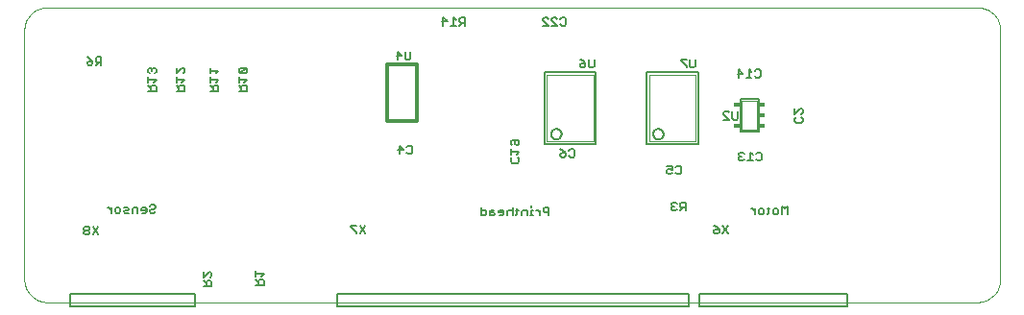
<source format=gbo>
G75*
%MOIN*%
%OFA0B0*%
%FSLAX24Y24*%
%IPPOS*%
%LPD*%
%AMOC8*
5,1,8,0,0,1.08239X$1,22.5*
%
%ADD10C,0.0000*%
%ADD11C,0.0050*%
%ADD12C,0.0118*%
%ADD13C,0.0060*%
%ADD14C,0.0020*%
%ADD15C,0.0004*%
%ADD16C,0.0030*%
%ADD17R,0.0295X0.0130*%
D10*
X000887Y001238D02*
X033171Y001238D01*
X033171Y001239D02*
X033225Y001241D01*
X033278Y001246D01*
X033331Y001255D01*
X033383Y001268D01*
X033435Y001284D01*
X033485Y001304D01*
X033533Y001327D01*
X033580Y001354D01*
X033625Y001383D01*
X033668Y001416D01*
X033708Y001451D01*
X033746Y001489D01*
X033781Y001529D01*
X033814Y001572D01*
X033843Y001617D01*
X033870Y001664D01*
X033893Y001712D01*
X033913Y001762D01*
X033929Y001814D01*
X033942Y001866D01*
X033951Y001919D01*
X033956Y001972D01*
X033958Y002026D01*
X033958Y010687D01*
X033956Y010741D01*
X033951Y010794D01*
X033942Y010847D01*
X033929Y010899D01*
X033913Y010951D01*
X033893Y011001D01*
X033870Y011049D01*
X033843Y011096D01*
X033814Y011141D01*
X033781Y011184D01*
X033746Y011224D01*
X033708Y011262D01*
X033668Y011297D01*
X033625Y011330D01*
X033580Y011359D01*
X033533Y011386D01*
X033485Y011409D01*
X033435Y011429D01*
X033383Y011445D01*
X033331Y011458D01*
X033278Y011467D01*
X033225Y011472D01*
X033171Y011474D01*
X033171Y011475D02*
X000887Y011475D01*
X000887Y011474D02*
X000833Y011472D01*
X000780Y011467D01*
X000727Y011458D01*
X000675Y011445D01*
X000623Y011429D01*
X000573Y011409D01*
X000525Y011386D01*
X000478Y011359D01*
X000433Y011330D01*
X000390Y011297D01*
X000350Y011262D01*
X000312Y011224D01*
X000277Y011184D01*
X000244Y011141D01*
X000215Y011096D01*
X000188Y011049D01*
X000165Y011001D01*
X000145Y010951D01*
X000129Y010899D01*
X000116Y010847D01*
X000107Y010794D01*
X000102Y010741D01*
X000100Y010687D01*
X000100Y002026D01*
X000102Y001972D01*
X000107Y001919D01*
X000116Y001866D01*
X000129Y001814D01*
X000145Y001762D01*
X000165Y001712D01*
X000188Y001664D01*
X000215Y001617D01*
X000244Y001572D01*
X000277Y001529D01*
X000312Y001489D01*
X000350Y001451D01*
X000390Y001416D01*
X000433Y001383D01*
X000478Y001354D01*
X000525Y001327D01*
X000573Y001304D01*
X000623Y001284D01*
X000675Y001268D01*
X000727Y001255D01*
X000780Y001246D01*
X000833Y001241D01*
X000887Y001239D01*
D11*
X001675Y001081D02*
X006006Y001081D01*
X006006Y001514D01*
X001675Y001514D01*
X001675Y001081D01*
X006320Y001801D02*
X006600Y001801D01*
X006600Y001941D01*
X006553Y001988D01*
X006460Y001988D01*
X006413Y001941D01*
X006413Y001801D01*
X006413Y001894D02*
X006320Y001988D01*
X006320Y002105D02*
X006507Y002291D01*
X006553Y002291D01*
X006600Y002245D01*
X006600Y002151D01*
X006553Y002105D01*
X006320Y002105D02*
X006320Y002291D01*
X008131Y002331D02*
X008131Y002144D01*
X008131Y002237D02*
X008411Y002237D01*
X008318Y002144D01*
X008364Y002027D02*
X008271Y002027D01*
X008224Y001980D01*
X008224Y001840D01*
X008131Y001840D02*
X008411Y001840D01*
X008411Y001980D01*
X008364Y002027D01*
X008224Y001934D02*
X008131Y002027D01*
X010943Y001514D02*
X010943Y001081D01*
X023147Y001081D01*
X023147Y001514D01*
X010943Y001514D01*
X011622Y003621D02*
X011622Y003668D01*
X011435Y003855D01*
X011435Y003901D01*
X011622Y003901D01*
X011739Y003901D02*
X011926Y003621D01*
X011739Y003621D02*
X011926Y003901D01*
X015939Y004255D02*
X016079Y004255D01*
X016126Y004302D01*
X016126Y004396D01*
X016079Y004442D01*
X015939Y004442D01*
X015939Y004536D02*
X015939Y004255D01*
X016243Y004255D02*
X016243Y004396D01*
X016289Y004442D01*
X016383Y004442D01*
X016383Y004349D02*
X016243Y004349D01*
X016243Y004255D02*
X016383Y004255D01*
X016430Y004302D01*
X016383Y004349D01*
X016547Y004349D02*
X016733Y004349D01*
X016733Y004302D02*
X016733Y004396D01*
X016687Y004442D01*
X016593Y004442D01*
X016547Y004396D01*
X016547Y004349D01*
X016593Y004255D02*
X016687Y004255D01*
X016733Y004302D01*
X016850Y004255D02*
X016850Y004396D01*
X016897Y004442D01*
X016991Y004442D01*
X017037Y004396D01*
X017146Y004442D02*
X017240Y004442D01*
X017193Y004489D02*
X017193Y004302D01*
X017146Y004255D01*
X017037Y004255D02*
X017037Y004536D01*
X017357Y004396D02*
X017357Y004255D01*
X017357Y004396D02*
X017404Y004442D01*
X017544Y004442D01*
X017544Y004255D01*
X017653Y004255D02*
X017746Y004255D01*
X017700Y004255D02*
X017700Y004442D01*
X017746Y004442D01*
X017700Y004536D02*
X017700Y004582D01*
X017859Y004442D02*
X017906Y004442D01*
X017999Y004349D01*
X017999Y004442D02*
X017999Y004255D01*
X018117Y004396D02*
X018163Y004349D01*
X018303Y004349D01*
X018303Y004255D02*
X018303Y004536D01*
X018163Y004536D01*
X018117Y004489D01*
X018117Y004396D01*
X022393Y005733D02*
X022393Y005827D01*
X022440Y005873D01*
X022487Y005873D01*
X022580Y005827D01*
X022580Y005967D01*
X022393Y005967D01*
X022697Y005920D02*
X022744Y005967D01*
X022837Y005967D01*
X022884Y005920D01*
X022884Y005733D01*
X022837Y005687D01*
X022744Y005687D01*
X022697Y005733D01*
X022580Y005733D02*
X022533Y005687D01*
X022440Y005687D01*
X022393Y005733D01*
X024885Y006206D02*
X024931Y006159D01*
X025025Y006159D01*
X025072Y006206D01*
X025189Y006159D02*
X025375Y006159D01*
X025282Y006159D02*
X025282Y006439D01*
X025375Y006346D01*
X025493Y006393D02*
X025539Y006439D01*
X025633Y006439D01*
X025679Y006393D01*
X025679Y006206D01*
X025633Y006159D01*
X025539Y006159D01*
X025493Y006206D01*
X025072Y006393D02*
X025025Y006439D01*
X024931Y006439D01*
X024885Y006393D01*
X024885Y006346D01*
X024931Y006299D01*
X024885Y006252D01*
X024885Y006206D01*
X024931Y006299D02*
X024978Y006299D01*
X024943Y007175D02*
X024943Y008293D01*
X025572Y008293D01*
X025572Y007175D01*
X024943Y007175D01*
X024808Y007578D02*
X024714Y007578D01*
X024668Y007625D01*
X024668Y007859D01*
X024551Y007812D02*
X024504Y007859D01*
X024411Y007859D01*
X024364Y007812D01*
X024364Y007765D01*
X024551Y007578D01*
X024364Y007578D01*
X024808Y007578D02*
X024855Y007625D01*
X024855Y007859D01*
X026832Y007774D02*
X027019Y007961D01*
X027065Y007961D01*
X027112Y007914D01*
X027112Y007821D01*
X027065Y007774D01*
X027065Y007657D02*
X027112Y007610D01*
X027112Y007517D01*
X027065Y007470D01*
X026878Y007470D01*
X026832Y007517D01*
X026832Y007610D01*
X026878Y007657D01*
X026832Y007774D02*
X026832Y007961D01*
X025640Y009080D02*
X025593Y009033D01*
X025500Y009033D01*
X025453Y009080D01*
X025336Y009033D02*
X025149Y009033D01*
X025243Y009033D02*
X025243Y009313D01*
X025336Y009220D01*
X025453Y009267D02*
X025500Y009313D01*
X025593Y009313D01*
X025640Y009267D01*
X025640Y009080D01*
X025032Y009173D02*
X024892Y009313D01*
X024892Y009033D01*
X024845Y009173D02*
X025032Y009173D01*
X023375Y009438D02*
X023329Y009392D01*
X023235Y009392D01*
X023188Y009438D01*
X023188Y009672D01*
X023071Y009672D02*
X022885Y009672D01*
X022885Y009625D01*
X023071Y009438D01*
X023071Y009392D01*
X023375Y009438D02*
X023375Y009672D01*
X019871Y009672D02*
X019871Y009438D01*
X019825Y009392D01*
X019731Y009392D01*
X019685Y009438D01*
X019685Y009672D01*
X019568Y009532D02*
X019474Y009625D01*
X019381Y009672D01*
X019427Y009532D02*
X019381Y009485D01*
X019381Y009438D01*
X019427Y009392D01*
X019521Y009392D01*
X019568Y009438D01*
X019568Y009532D01*
X019427Y009532D01*
X018839Y010841D02*
X018746Y010841D01*
X018699Y010888D01*
X018582Y010841D02*
X018395Y011028D01*
X018395Y011074D01*
X018442Y011121D01*
X018536Y011121D01*
X018582Y011074D01*
X018699Y011074D02*
X018746Y011121D01*
X018839Y011121D01*
X018886Y011074D01*
X018886Y010888D01*
X018839Y010841D01*
X018582Y010841D02*
X018395Y010841D01*
X018278Y010841D02*
X018092Y011028D01*
X018092Y011074D01*
X018138Y011121D01*
X018232Y011121D01*
X018278Y011074D01*
X018278Y010841D02*
X018092Y010841D01*
X015382Y010841D02*
X015382Y011121D01*
X015242Y011121D01*
X015195Y011074D01*
X015195Y010981D01*
X015242Y010934D01*
X015382Y010934D01*
X015289Y010934D02*
X015195Y010841D01*
X015078Y010841D02*
X014892Y010841D01*
X014985Y010841D02*
X014985Y011121D01*
X015078Y011028D01*
X014775Y010981D02*
X014588Y010981D01*
X014634Y010841D02*
X014634Y011121D01*
X014775Y010981D01*
X013500Y009929D02*
X013500Y009696D01*
X013453Y009649D01*
X013360Y009649D01*
X013313Y009696D01*
X013313Y009929D01*
X013196Y009789D02*
X013056Y009929D01*
X013056Y009649D01*
X013010Y009789D02*
X013196Y009789D01*
X007821Y009320D02*
X007821Y009227D01*
X007774Y009180D01*
X007587Y009180D01*
X007774Y009367D01*
X007587Y009367D01*
X007540Y009320D01*
X007540Y009227D01*
X007587Y009180D01*
X007540Y009063D02*
X007540Y008876D01*
X007540Y008970D02*
X007821Y008970D01*
X007727Y008876D01*
X007680Y008759D02*
X007634Y008713D01*
X007634Y008572D01*
X007540Y008572D02*
X007821Y008572D01*
X007821Y008713D01*
X007774Y008759D01*
X007680Y008759D01*
X007634Y008666D02*
X007540Y008759D01*
X006836Y008713D02*
X006836Y008572D01*
X006556Y008572D01*
X006650Y008572D02*
X006650Y008713D01*
X006696Y008759D01*
X006790Y008759D01*
X006836Y008713D01*
X006743Y008876D02*
X006836Y008970D01*
X006556Y008970D01*
X006556Y009063D02*
X006556Y008876D01*
X006556Y008759D02*
X006650Y008666D01*
X005655Y008713D02*
X005655Y008572D01*
X005375Y008572D01*
X005468Y008572D02*
X005468Y008713D01*
X005515Y008759D01*
X005609Y008759D01*
X005655Y008713D01*
X005562Y008876D02*
X005655Y008970D01*
X005375Y008970D01*
X005375Y009063D02*
X005375Y008876D01*
X005375Y008759D02*
X005468Y008666D01*
X004671Y008713D02*
X004671Y008572D01*
X004391Y008572D01*
X004484Y008572D02*
X004484Y008713D01*
X004531Y008759D01*
X004624Y008759D01*
X004671Y008713D01*
X004578Y008876D02*
X004671Y008970D01*
X004391Y008970D01*
X004391Y009063D02*
X004391Y008876D01*
X004391Y008759D02*
X004484Y008666D01*
X004437Y009180D02*
X004391Y009227D01*
X004391Y009320D01*
X004437Y009367D01*
X004484Y009367D01*
X004531Y009320D01*
X004531Y009274D01*
X004531Y009320D02*
X004578Y009367D01*
X004624Y009367D01*
X004671Y009320D01*
X004671Y009227D01*
X004624Y009180D01*
X005375Y009180D02*
X005375Y009367D01*
X005562Y009367D02*
X005609Y009367D01*
X005655Y009320D01*
X005655Y009227D01*
X005609Y009180D01*
X005562Y009367D02*
X005375Y009180D01*
X006556Y009180D02*
X006556Y009367D01*
X006556Y009274D02*
X006836Y009274D01*
X006743Y009180D01*
X007774Y009367D02*
X007821Y009320D01*
X002766Y009466D02*
X002766Y009746D01*
X002626Y009746D01*
X002579Y009700D01*
X002579Y009606D01*
X002626Y009560D01*
X002766Y009560D01*
X002673Y009560D02*
X002579Y009466D01*
X002462Y009513D02*
X002415Y009466D01*
X002322Y009466D01*
X002275Y009513D01*
X002275Y009560D01*
X002322Y009606D01*
X002462Y009606D01*
X002462Y009513D01*
X002462Y009606D02*
X002369Y009700D01*
X002275Y009746D01*
X013063Y006535D02*
X013249Y006535D01*
X013109Y006675D01*
X013109Y006395D01*
X013367Y006442D02*
X013413Y006395D01*
X013507Y006395D01*
X013553Y006442D01*
X013553Y006629D01*
X013507Y006675D01*
X013413Y006675D01*
X013367Y006629D01*
X016986Y006565D02*
X016986Y006378D01*
X016986Y006471D02*
X017266Y006471D01*
X017173Y006378D01*
X017219Y006261D02*
X017266Y006214D01*
X017266Y006121D01*
X017219Y006074D01*
X017033Y006074D01*
X016986Y006121D01*
X016986Y006214D01*
X017033Y006261D01*
X017033Y006682D02*
X016986Y006729D01*
X016986Y006822D01*
X017033Y006869D01*
X017219Y006869D01*
X017266Y006822D01*
X017266Y006729D01*
X017219Y006682D01*
X017173Y006682D01*
X017126Y006729D01*
X017126Y006869D01*
X018693Y006557D02*
X018786Y006511D01*
X018879Y006417D01*
X018739Y006417D01*
X018693Y006371D01*
X018693Y006324D01*
X018739Y006277D01*
X018833Y006277D01*
X018879Y006324D01*
X018879Y006417D01*
X018996Y006324D02*
X019043Y006277D01*
X019137Y006277D01*
X019183Y006324D01*
X019183Y006511D01*
X019137Y006557D01*
X019043Y006557D01*
X018996Y006511D01*
X022551Y004660D02*
X022551Y004614D01*
X022598Y004567D01*
X022551Y004520D01*
X022551Y004473D01*
X022598Y004427D01*
X022691Y004427D01*
X022738Y004473D01*
X022855Y004427D02*
X022948Y004520D01*
X022901Y004520D02*
X023042Y004520D01*
X023042Y004427D02*
X023042Y004707D01*
X022901Y004707D01*
X022855Y004660D01*
X022855Y004567D01*
X022901Y004520D01*
X022738Y004660D02*
X022691Y004707D01*
X022598Y004707D01*
X022551Y004660D01*
X022598Y004567D02*
X022644Y004567D01*
X024018Y003901D02*
X024111Y003855D01*
X024205Y003761D01*
X024065Y003761D01*
X024018Y003714D01*
X024018Y003668D01*
X024065Y003621D01*
X024158Y003621D01*
X024205Y003668D01*
X024205Y003761D01*
X024322Y003621D02*
X024509Y003901D01*
X024322Y003901D02*
X024509Y003621D01*
X025457Y004295D02*
X025457Y004482D01*
X025363Y004482D02*
X025317Y004482D01*
X025363Y004482D02*
X025457Y004388D01*
X025574Y004342D02*
X025574Y004435D01*
X025621Y004482D01*
X025714Y004482D01*
X025761Y004435D01*
X025761Y004342D01*
X025714Y004295D01*
X025621Y004295D01*
X025574Y004342D01*
X025870Y004295D02*
X025917Y004342D01*
X025917Y004528D01*
X025963Y004482D02*
X025870Y004482D01*
X026080Y004435D02*
X026127Y004482D01*
X026220Y004482D01*
X026267Y004435D01*
X026267Y004342D01*
X026220Y004295D01*
X026127Y004295D01*
X026080Y004342D01*
X026080Y004435D01*
X026384Y004575D02*
X026384Y004295D01*
X026571Y004295D02*
X026571Y004575D01*
X026478Y004482D01*
X026384Y004575D01*
X028643Y001514D02*
X023525Y001514D01*
X023525Y001081D01*
X028643Y001081D01*
X028643Y001514D01*
X004642Y004381D02*
X004595Y004334D01*
X004502Y004334D01*
X004455Y004381D01*
X004455Y004428D01*
X004502Y004474D01*
X004595Y004474D01*
X004642Y004521D01*
X004642Y004568D01*
X004595Y004614D01*
X004502Y004614D01*
X004455Y004568D01*
X004338Y004474D02*
X004338Y004381D01*
X004291Y004334D01*
X004198Y004334D01*
X004151Y004428D02*
X004338Y004428D01*
X004338Y004474D02*
X004291Y004521D01*
X004198Y004521D01*
X004151Y004474D01*
X004151Y004428D01*
X004034Y004521D02*
X004034Y004334D01*
X003847Y004334D02*
X003847Y004474D01*
X003894Y004521D01*
X004034Y004521D01*
X003730Y004474D02*
X003684Y004428D01*
X003590Y004428D01*
X003544Y004381D01*
X003590Y004334D01*
X003730Y004334D01*
X003426Y004381D02*
X003380Y004334D01*
X003286Y004334D01*
X003240Y004381D01*
X003240Y004474D01*
X003286Y004521D01*
X003380Y004521D01*
X003426Y004474D01*
X003426Y004381D01*
X003544Y004521D02*
X003684Y004521D01*
X003730Y004474D01*
X003123Y004428D02*
X003029Y004521D01*
X002983Y004521D01*
X003123Y004521D02*
X003123Y004334D01*
X002658Y003862D02*
X002471Y003582D01*
X002354Y003628D02*
X002354Y003675D01*
X002308Y003722D01*
X002214Y003722D01*
X002168Y003675D01*
X002168Y003628D01*
X002214Y003582D01*
X002308Y003582D01*
X002354Y003628D01*
X002308Y003722D02*
X002354Y003768D01*
X002354Y003815D01*
X002308Y003862D01*
X002214Y003862D01*
X002168Y003815D01*
X002168Y003768D01*
X002214Y003722D01*
X002471Y003862D02*
X002658Y003582D01*
D12*
X012698Y007538D02*
X013722Y007538D01*
X013722Y009506D01*
X012698Y009506D01*
X012698Y007538D01*
D13*
X018138Y006725D02*
X019936Y006725D01*
X019936Y009217D01*
X018138Y009217D01*
X018138Y006725D01*
X018377Y007075D02*
X018379Y007101D01*
X018385Y007127D01*
X018394Y007151D01*
X018407Y007174D01*
X018423Y007195D01*
X018442Y007213D01*
X018463Y007229D01*
X018487Y007241D01*
X018511Y007249D01*
X018537Y007254D01*
X018564Y007255D01*
X018590Y007252D01*
X018615Y007245D01*
X018639Y007235D01*
X018662Y007221D01*
X018682Y007205D01*
X018699Y007185D01*
X018714Y007163D01*
X018725Y007139D01*
X018733Y007114D01*
X018737Y007088D01*
X018737Y007062D01*
X018733Y007036D01*
X018725Y007011D01*
X018714Y006987D01*
X018699Y006965D01*
X018682Y006945D01*
X018662Y006929D01*
X018639Y006915D01*
X018615Y006905D01*
X018590Y006898D01*
X018564Y006895D01*
X018537Y006896D01*
X018511Y006901D01*
X018487Y006909D01*
X018463Y006921D01*
X018442Y006937D01*
X018423Y006955D01*
X018407Y006976D01*
X018394Y006999D01*
X018385Y007023D01*
X018379Y007049D01*
X018377Y007075D01*
X021682Y006725D02*
X023479Y006725D01*
X023479Y009217D01*
X021682Y009217D01*
X021682Y006725D01*
X021920Y007075D02*
X021922Y007101D01*
X021928Y007127D01*
X021937Y007151D01*
X021950Y007174D01*
X021966Y007195D01*
X021985Y007213D01*
X022006Y007229D01*
X022030Y007241D01*
X022054Y007249D01*
X022080Y007254D01*
X022107Y007255D01*
X022133Y007252D01*
X022158Y007245D01*
X022182Y007235D01*
X022205Y007221D01*
X022225Y007205D01*
X022242Y007185D01*
X022257Y007163D01*
X022268Y007139D01*
X022276Y007114D01*
X022280Y007088D01*
X022280Y007062D01*
X022276Y007036D01*
X022268Y007011D01*
X022257Y006987D01*
X022242Y006965D01*
X022225Y006945D01*
X022205Y006929D01*
X022182Y006915D01*
X022158Y006905D01*
X022133Y006898D01*
X022107Y006895D01*
X022080Y006896D01*
X022054Y006901D01*
X022030Y006909D01*
X022006Y006921D01*
X021985Y006937D01*
X021966Y006955D01*
X021950Y006976D01*
X021937Y006999D01*
X021928Y007023D01*
X021922Y007049D01*
X021920Y007075D01*
D14*
X021772Y006815D02*
X023389Y006815D01*
X023389Y009127D01*
X021772Y009127D01*
X021772Y006815D01*
X019846Y006815D02*
X018228Y006815D01*
X018228Y009127D01*
X019846Y009127D01*
X019846Y006815D01*
D15*
X025765Y007734D02*
X025769Y007734D01*
D16*
X025517Y008234D02*
X025517Y007230D01*
X025002Y007230D01*
X025002Y008234D01*
X025517Y008234D01*
D17*
X025669Y008106D03*
X024842Y008106D03*
X025669Y007732D03*
X025669Y007358D03*
X024846Y007358D03*
M02*

</source>
